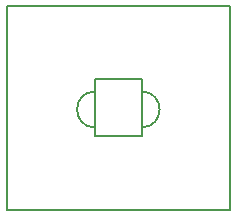
<source format=gbr>
G04 #@! TF.GenerationSoftware,KiCad,Pcbnew,5.0.0*
G04 #@! TF.CreationDate,2018-09-12T21:40:49-05:00*
G04 #@! TF.ProjectId,AntennaDeploymentBracket,416E74656E6E614465706C6F796D656E,rev?*
G04 #@! TF.SameCoordinates,Original*
G04 #@! TF.FileFunction,Profile,NP*
%FSLAX46Y46*%
G04 Gerber Fmt 4.6, Leading zero omitted, Abs format (unit mm)*
G04 Created by KiCad (PCBNEW 5.0.0) date Wed Sep 12 21:40:49 2018*
%MOMM*%
%LPD*%
G01*
G04 APERTURE LIST*
%ADD10C,0.150000*%
G04 APERTURE END LIST*
D10*
X134620000Y-88900000D02*
X115697000Y-88900000D01*
X134620000Y-106172000D02*
X134620000Y-88900000D01*
X115697000Y-106172000D02*
X134620000Y-106172000D01*
X115697000Y-88900000D02*
X115697000Y-106172000D01*
X123190000Y-99187000D02*
G75*
G02X123190000Y-96139000I0J1524000D01*
G01*
X127127000Y-96139000D02*
G75*
G02X127127000Y-99187000I0J-1524000D01*
G01*
X123190000Y-99949000D02*
X123190000Y-95123000D01*
X127127000Y-99949000D02*
X123190000Y-99949000D01*
X127127000Y-95123000D02*
X127127000Y-99949000D01*
X123190000Y-95123000D02*
X127127000Y-95123000D01*
M02*

</source>
